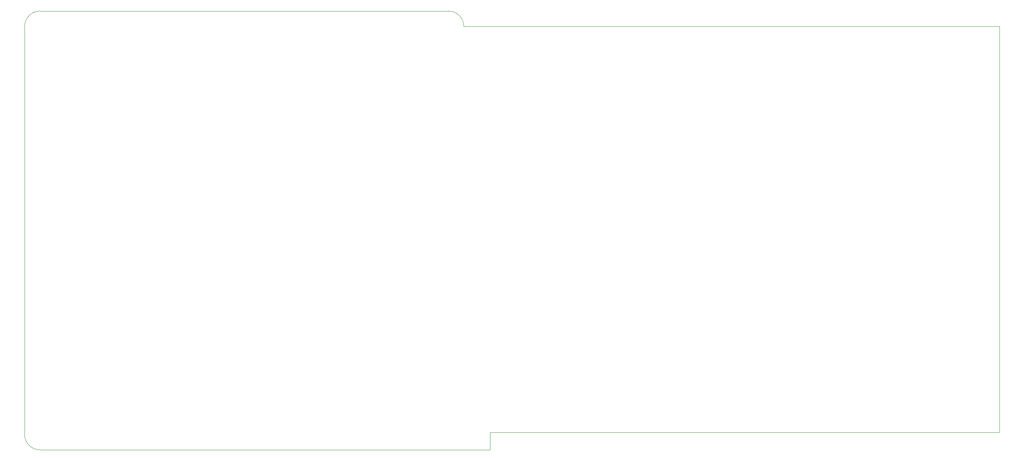
<source format=gm1>
G04 #@! TF.GenerationSoftware,KiCad,Pcbnew,8.0.9-8.0.9-0~ubuntu24.04.1*
G04 #@! TF.CreationDate,2025-12-27T20:23:21+00:00*
G04 #@! TF.ProjectId,uaefi,75616566-692e-46b6-9963-61645f706362,E*
G04 #@! TF.SameCoordinates,Original*
G04 #@! TF.FileFunction,Profile,NP*
%FSLAX46Y46*%
G04 Gerber Fmt 4.6, Leading zero omitted, Abs format (unit mm)*
G04 Created by KiCad (PCBNEW 8.0.9-8.0.9-0~ubuntu24.04.1) date 2025-12-27 20:23:21*
%MOMM*%
%LPD*%
G01*
G04 APERTURE LIST*
G04 #@! TA.AperFunction,Profile*
%ADD10C,0.100000*%
G04 #@! TD*
G04 APERTURE END LIST*
D10*
X0Y96500000D02*
G75*
G02*
X3500000Y100000000I3500000J0D01*
G01*
X222000000Y4000000D02*
X106000000Y4000000D01*
X222000000Y96500000D02*
X100000000Y96500000D01*
X0Y96500000D02*
X0Y3500000D01*
X96500000Y100000000D02*
X3500000Y100000000D01*
X106000000Y4000000D02*
X106000000Y0D01*
X106000000Y0D02*
X96500000Y0D01*
X3500000Y0D02*
G75*
G02*
X0Y3500000I0J3500000D01*
G01*
X96500000Y100000000D02*
G75*
G02*
X100000000Y96500000I0J-3500000D01*
G01*
X222000000Y96500000D02*
X222000000Y4000000D01*
X3500000Y0D02*
X96500000Y0D01*
M02*

</source>
